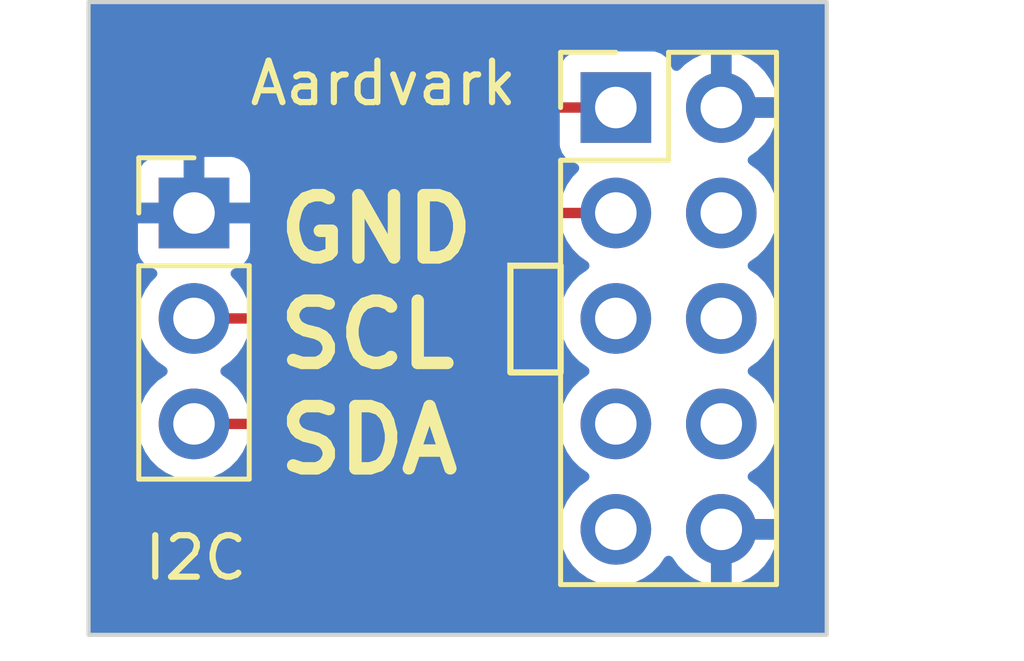
<source format=kicad_pcb>
(kicad_pcb (version 20221018) (generator pcbnew)
  (title_block (title "Aardvark I2C Breakout") (date "2023-02-18") (rev "1.0"))
  (layers (0 "F.Cu" signal) (31 "B.Cu" signal) (34 "B.Paste" user) (35 "F.Paste" user) (36 "B.SilkS" user "B.Silkscreen") (37 "F.SilkS" user "F.Silkscreen") (38 "B.Mask" user) (39 "F.Mask" user) (44 "Edge.Cuts" user))
  (net 0 "")
  (net 1 "/SCL")
  (net 2 "/GND")
  (net 3 "/SDA")
  (net 5 "/MISO")
  (net 7 "/SCLK")
  (net 8 "/MOSI")
  (net 9 "/SS")
  (footprint "Connector_PinHeader_2.54mm:PinHeader_1x03_P2.54mm_Vertical" (layer "F.Cu") (at 121.92 81.28)
    (fp_text reference "J2" hide)
    (fp_text value "Conn_01x03")
    (fp_line (start -1.33 -1.33) (end 0 -1.33) (stroke (width 0.12)) (layer "F.SilkS"))
    (fp_line (start -1.33 0) (end -1.33 -1.33) (stroke (width 0.12)) (layer "F.SilkS"))
    (fp_line (start -1.33 1.27) (end -1.33 6.41) (stroke (width 0.12)) (layer "F.SilkS"))
    (fp_line (start -1.33 1.27) (end 1.33 1.27) (stroke (width 0.12)) (layer "F.SilkS"))
    (fp_line (start -1.33 6.41) (end 1.33 6.41) (stroke (width 0.12)) (layer "F.SilkS"))
    (fp_line (start 1.33 1.27) (end 1.33 6.41) (stroke (width 0.12)) (layer "F.SilkS"))
    (pad "1" thru_hole rect (at 0 0) (size 1.7 1.7) (drill 1) (layers "*.Cu" "*.Mask") (net 2 "/GND"))
    (pad "2" thru_hole oval (at 0 2.54) (size 1.7 1.7) (drill 1) (layers "*.Cu" "*.Mask") (net 1 "/SCL"))
    (pad "3" thru_hole oval (at 0 5.08) (size 1.7 1.7) (drill 1) (layers "*.Cu" "*.Mask") (net 3 "/SDA"))
  )
  (footprint "Connector_PinHeader_2.54mm:PinHeader_2x05_P2.54mm_Vertical" (layer "F.Cu") (at 132.08 78.74)
    (fp_text reference "J1" hide)
    (fp_text value "Conn_02x05_Odd_Even")
    (fp_line (start -1.33 -1.33) (end 0 -1.33) (stroke (width 0.12)) (layer "F.SilkS"))
    (fp_line (start -1.33 0) (end -1.33 -1.33) (stroke (width 0.12)) (layer "F.SilkS"))
    (fp_line (start -1.33 1.27) (end -1.33 11.49) (stroke (width 0.12)) (layer "F.SilkS"))
    (fp_line (start -1.33 1.27) (end 1.27 1.27) (stroke (width 0.12)) (layer "F.SilkS"))
    (fp_line (start -1.33 11.49) (end 3.87 11.49) (stroke (width 0.12)) (layer "F.SilkS"))
    (fp_line (start 1.27 -1.33) (end 3.87 -1.33) (stroke (width 0.12)) (layer "F.SilkS"))
    (fp_line (start 1.27 1.27) (end 1.27 -1.33) (stroke (width 0.12)) (layer "F.SilkS"))
    (fp_line (start 3.87 -1.33) (end 3.87 11.49) (stroke (width 0.12)) (layer "F.SilkS"))
    (pad "1" thru_hole rect (at 0 0) (size 1.7 1.7) (drill 1) (layers "*.Cu" "*.Mask") (net 1 "/SCL"))
    (pad "2" thru_hole oval (at 2.54 0) (size 1.7 1.7) (drill 1) (layers "*.Cu" "*.Mask") (net 2 "/GND"))
    (pad "3" thru_hole oval (at 0 2.54) (size 1.7 1.7) (drill 1) (layers "*.Cu" "*.Mask") (net 3 "/SDA"))
    (pad "4" thru_hole oval (at 2.54 2.54) (size 1.7 1.7) (drill 1) (layers "*.Cu" "*.Mask"))
    (pad "5" thru_hole oval (at 0 5.08) (size 1.7 1.7) (drill 1) (layers "*.Cu" "*.Mask") (net 5 "/MISO"))
    (pad "6" thru_hole oval (at 2.54 5.08) (size 1.7 1.7) (drill 1) (layers "*.Cu" "*.Mask"))
    (pad "7" thru_hole oval (at 0 7.62) (size 1.7 1.7) (drill 1) (layers "*.Cu" "*.Mask") (net 7 "/SCLK"))
    (pad "8" thru_hole oval (at 2.54 7.62) (size 1.7 1.7) (drill 1) (layers "*.Cu" "*.Mask") (net 8 "/MOSI"))
    (pad "9" thru_hole oval (at 0 10.16) (size 1.7 1.7) (drill 1) (layers "*.Cu" "*.Mask") (net 9 "/SS"))
    (pad "10" thru_hole oval (at 2.54 10.16) (size 1.7 1.7) (drill 1) (layers "*.Cu" "*.Mask") (net 2 "/GND"))
  )
  (gr_rect (start 129.54 82.55) (end 130.75 85.12) (stroke (width 0.15)) (fill none) (layer "F.SilkS"))
  (gr_rect (start 119.38 76.2) (end 137.16 91.44) (stroke (width 0.1)) (fill none) (layer "Edge.Cuts"))
  (gr_text "SCL\n" (at 123.825 85.09) (layer "F.SilkS") (effects (font (size 1.5 1.5) (thickness 0.3) bold) (justify left bottom)))
  (gr_text "Aardvark" (at 123.19 78.74) (layer "F.SilkS") (effects (font (size 1 1)) (justify left bottom)))
  (gr_text "I2C\n" (at 120.65 90.17) (layer "F.SilkS") (effects (font (size 1 1)) (justify left bottom)))
  (gr_text "GND" (at 123.825 82.55) (layer "F.SilkS") (effects (font (size 1.5 1.5) (thickness 0.3) bold) (justify left bottom)))
  (gr_text "SDA" (at 123.825 87.63) (layer "F.SilkS") (effects (font (size 1.5 1.5) (thickness 0.3) bold) (justify left bottom)))
  (segment (start 124.46 83.82) (end 129.54 78.74) (width 0.25) (layer "F.Cu") (net 1))
  (segment (start 129.54 78.74) (end 132.08 78.74) (width 0.25) (layer "F.Cu") (net 1))
  (segment (start 121.92 83.82) (end 124.46 83.82) (width 0.25) (layer "F.Cu") (net 1))
  (segment (start 124.46 86.36) (end 129.54 81.28) (width 0.25) (layer "F.Cu") (net 3))
  (segment (start 129.54 81.28) (end 132.08 81.28) (width 0.25) (layer "F.Cu") (net 3))
  (segment (start 121.92 86.36) (end 124.46 86.36) (width 0.25) (layer "F.Cu") (net 3))
  (zone (net 2) (net_name "/GND") (layer "B.Cu") (connect_pads (clearance 0.5)) (min_thickness 0.25) (fill yes (thermal_gap 0.5) (thermal_bridge_width 0.5))
    (polygon (pts (xy 119.38 76.2) (xy 137.16 76.2) (xy 137.16 91.44) (xy 119.38 91.44)))
  )
)
</source>
